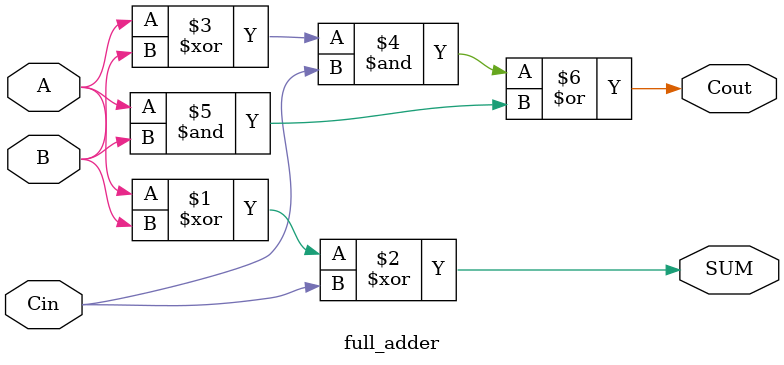
<source format=v>
`timescale 1ns / 1ps


module full_adder(A, B, Cin, SUM, Cout);
input A, B, Cin;
output SUM, Cout;

assign SUM = (A^B)^Cin;
assign Cout = ((A^B)&Cin)|(A&B);


endmodule

</source>
